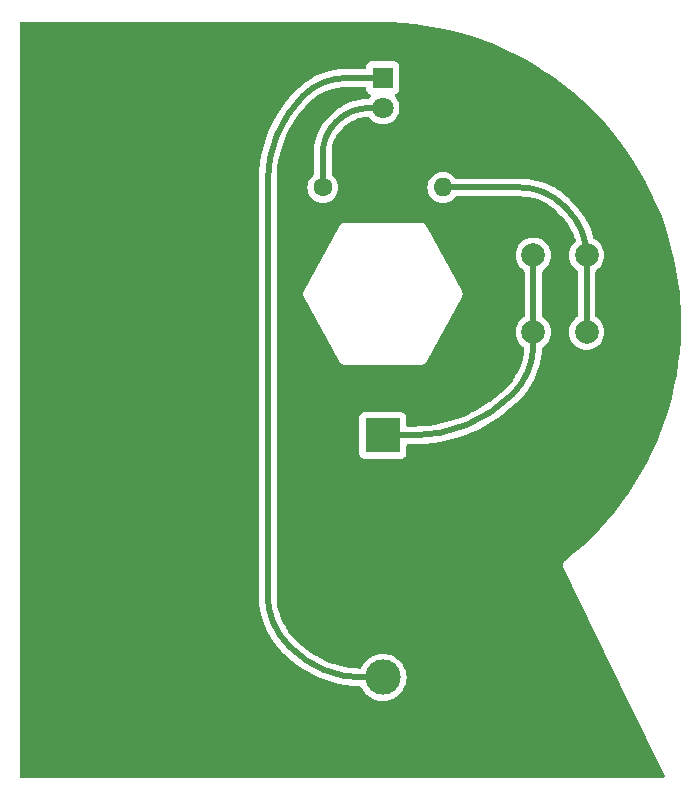
<source format=gbr>
%TF.GenerationSoftware,KiCad,Pcbnew,8.0.1-8.0.1-0~ubuntu20.04.1*%
%TF.CreationDate,2024-04-26T13:56:55+02:00*%
%TF.ProjectId,reaktor51_led,7265616b-746f-4723-9531-5f6c65642e6b,1*%
%TF.SameCoordinates,Original*%
%TF.FileFunction,Copper,L1,Top*%
%TF.FilePolarity,Positive*%
%FSLAX46Y46*%
G04 Gerber Fmt 4.6, Leading zero omitted, Abs format (unit mm)*
G04 Created by KiCad (PCBNEW 8.0.1-8.0.1-0~ubuntu20.04.1) date 2024-04-26 13:56:55*
%MOMM*%
%LPD*%
G01*
G04 APERTURE LIST*
%TA.AperFunction,ComponentPad*%
%ADD10C,2.000000*%
%TD*%
%TA.AperFunction,ComponentPad*%
%ADD11R,3.000000X3.000000*%
%TD*%
%TA.AperFunction,ComponentPad*%
%ADD12C,3.000000*%
%TD*%
%TA.AperFunction,ComponentPad*%
%ADD13C,1.600000*%
%TD*%
%TA.AperFunction,ComponentPad*%
%ADD14O,1.600000X1.600000*%
%TD*%
%TA.AperFunction,ComponentPad*%
%ADD15R,1.800000X1.800000*%
%TD*%
%TA.AperFunction,ComponentPad*%
%ADD16C,1.800000*%
%TD*%
%TA.AperFunction,Conductor*%
%ADD17C,0.500000*%
%TD*%
G04 APERTURE END LIST*
D10*
%TO.P,SW1,1,1*%
%TO.N,Net-(BT1-+)*%
X174000000Y-71750000D03*
X174000000Y-65250000D03*
%TO.P,SW1,2,2*%
%TO.N,Net-(R1-Pad2)*%
X178500000Y-71750000D03*
X178500000Y-65250000D03*
%TD*%
D11*
%TO.P,BT1,1,+*%
%TO.N,Net-(BT1-+)*%
X161250000Y-80500000D03*
D12*
%TO.P,BT1,2,-*%
%TO.N,GND*%
X161250000Y-100990000D03*
%TD*%
D13*
%TO.P,R1,1*%
%TO.N,Net-(D1-A)*%
X156170000Y-59500000D03*
D14*
%TO.P,R1,2*%
%TO.N,Net-(R1-Pad2)*%
X166330000Y-59500000D03*
%TD*%
D15*
%TO.P,D1,1,K*%
%TO.N,GND*%
X161250000Y-50225000D03*
D16*
%TO.P,D1,2,A*%
%TO.N,Net-(D1-A)*%
X161250000Y-52765000D03*
%TD*%
D17*
%TO.N,Net-(BT1-+)*%
X174000000Y-72775127D02*
X174000000Y-71750000D01*
X161250000Y-80500000D02*
X163800253Y-80500000D01*
X174000000Y-71750000D02*
X174000000Y-65250000D01*
X172249999Y-76999999D02*
G75*
G03*
X174000010Y-72775127I-4224899J4224899D01*
G01*
X163800253Y-80500000D02*
G75*
G03*
X172249985Y-76999985I-53J11949800D01*
G01*
%TO.N,GND*%
X158181675Y-50225000D02*
X161250000Y-50225000D01*
X151500000Y-94025127D02*
X151500000Y-58992640D01*
X153500000Y-98500000D02*
X153250000Y-98250000D01*
X161250000Y-100990000D02*
X159511391Y-100990000D01*
X154500000Y-51750000D02*
G75*
G02*
X158181675Y-50224990I3681700J-3681700D01*
G01*
X153250001Y-98249999D02*
G75*
G02*
X151499990Y-94025127I4224899J4224899D01*
G01*
X151500000Y-58992640D02*
G75*
G02*
X154499988Y-51749988I10242600J40D01*
G01*
X159511391Y-100990000D02*
G75*
G02*
X153500002Y-98499998I9J8501400D01*
G01*
%TO.N,Net-(R1-Pad2)*%
X166330000Y-59500000D02*
X172878680Y-59500000D01*
X178500000Y-71750000D02*
X178500000Y-65250000D01*
X176909010Y-61409009D02*
X176500000Y-61000000D01*
X178500000Y-65250000D02*
G75*
G03*
X176909014Y-61409005I-5432000J0D01*
G01*
X176500000Y-61000000D02*
G75*
G03*
X172878680Y-59500009I-3621300J-3621300D01*
G01*
%TO.N,Net-(D1-A)*%
X160128000Y-52765000D02*
X161250000Y-52765000D01*
X157250000Y-54000000D02*
X157323223Y-53926777D01*
X156170000Y-59500000D02*
X156170000Y-56607350D01*
X156170000Y-56607350D02*
G75*
G02*
X157250014Y-54000014I3687400J-50D01*
G01*
X157323223Y-53926777D02*
G75*
G02*
X160128000Y-52765014I2804777J-2804823D01*
G01*
%TD*%
%TA.AperFunction,NonConductor*%
G36*
X161001187Y-45500523D02*
G01*
X161985030Y-45519578D01*
X161989779Y-45519763D01*
X162970943Y-45576831D01*
X162975727Y-45577202D01*
X163953927Y-45672218D01*
X163958664Y-45672772D01*
X164932447Y-45805595D01*
X164937188Y-45806336D01*
X165905079Y-45976764D01*
X165909794Y-45977688D01*
X166870388Y-46185474D01*
X166875032Y-46186573D01*
X167826881Y-46431405D01*
X167831442Y-46432672D01*
X168773136Y-46714190D01*
X168777644Y-46715634D01*
X169707672Y-47033386D01*
X169712158Y-47035015D01*
X170629199Y-47388547D01*
X170633621Y-47390351D01*
X171536286Y-47779129D01*
X171540621Y-47781097D01*
X171853662Y-47930549D01*
X172427518Y-48204519D01*
X172431811Y-48206671D01*
X172776398Y-48387889D01*
X173301696Y-48664144D01*
X173305867Y-48666443D01*
X174027981Y-49082669D01*
X174157322Y-49157221D01*
X174161436Y-49159699D01*
X174993301Y-49683112D01*
X174997281Y-49685726D01*
X175345969Y-49924455D01*
X175808212Y-50240930D01*
X175812122Y-50243719D01*
X176600976Y-50829930D01*
X176604774Y-50832869D01*
X177370305Y-51449162D01*
X177373957Y-51452220D01*
X177743783Y-51774330D01*
X178115079Y-52097720D01*
X178118639Y-52100944D01*
X178834188Y-52774637D01*
X178837620Y-52777996D01*
X179526544Y-53478890D01*
X179529844Y-53482380D01*
X179685932Y-53653995D01*
X180116413Y-54127298D01*
X180191103Y-54209417D01*
X180194258Y-54213023D01*
X180221590Y-54245517D01*
X180826906Y-54965165D01*
X180829925Y-54968900D01*
X181432924Y-55744911D01*
X181435797Y-55748759D01*
X182008319Y-56547573D01*
X182011041Y-56551530D01*
X182552211Y-57371928D01*
X182554776Y-57375987D01*
X183063762Y-58216709D01*
X183066145Y-58220823D01*
X183542213Y-59080656D01*
X183544433Y-59084855D01*
X183902424Y-59795003D01*
X183986839Y-59962457D01*
X183988917Y-59966786D01*
X184397012Y-60860869D01*
X184398921Y-60865276D01*
X184772078Y-61774466D01*
X184773815Y-61778944D01*
X185111484Y-62701902D01*
X185113046Y-62706443D01*
X185414717Y-63641759D01*
X185416103Y-63646357D01*
X185681343Y-64592705D01*
X185682549Y-64597354D01*
X185910932Y-65553206D01*
X185911958Y-65557897D01*
X186103166Y-66521924D01*
X186104009Y-66526652D01*
X186257743Y-67497348D01*
X186258402Y-67502105D01*
X186374432Y-68478027D01*
X186374906Y-68482806D01*
X186453057Y-69462471D01*
X186453346Y-69467265D01*
X186493504Y-70449209D01*
X186493608Y-70454011D01*
X186495711Y-71436823D01*
X186495628Y-71441624D01*
X186459675Y-72423757D01*
X186459406Y-72428552D01*
X186385449Y-73408540D01*
X186384995Y-73413321D01*
X186273145Y-74389727D01*
X186272506Y-74394487D01*
X186122935Y-75365803D01*
X186122113Y-75370535D01*
X185935030Y-76335391D01*
X185934024Y-76340087D01*
X185709734Y-77296914D01*
X185708548Y-77301567D01*
X185447367Y-78249023D01*
X185446001Y-78253628D01*
X185148329Y-79190257D01*
X185146786Y-79194804D01*
X184813081Y-80119169D01*
X184811364Y-80123654D01*
X184442089Y-81034469D01*
X184440198Y-81038884D01*
X184035950Y-81934674D01*
X184033890Y-81939012D01*
X183595265Y-82818463D01*
X183593039Y-82822719D01*
X183120675Y-83684550D01*
X183118286Y-83688716D01*
X182612898Y-84531620D01*
X182610349Y-84535690D01*
X182072704Y-85358386D01*
X182069999Y-85362354D01*
X181500921Y-86163586D01*
X181498065Y-86167447D01*
X180898381Y-86946050D01*
X180895378Y-86949798D01*
X180265962Y-87704635D01*
X180262815Y-87708263D01*
X179604675Y-88438124D01*
X179601391Y-88441627D01*
X178915473Y-89145466D01*
X178912055Y-89148840D01*
X178199397Y-89825590D01*
X178195851Y-89828829D01*
X177457531Y-90477468D01*
X177453862Y-90480568D01*
X176737697Y-91062188D01*
X176725320Y-91070079D01*
X176725599Y-91070502D01*
X176718817Y-91074981D01*
X176681281Y-91107546D01*
X176676319Y-91111631D01*
X176637153Y-91142200D01*
X176637149Y-91142204D01*
X176637076Y-91142302D01*
X176619371Y-91161262D01*
X176619278Y-91161341D01*
X176619273Y-91161347D01*
X176591442Y-91202520D01*
X176587708Y-91207747D01*
X176557793Y-91247407D01*
X176557791Y-91247410D01*
X176557749Y-91247515D01*
X176545547Y-91270425D01*
X176545478Y-91270526D01*
X176529259Y-91317482D01*
X176527003Y-91323502D01*
X176508365Y-91369569D01*
X176508365Y-91369571D01*
X176508350Y-91369693D01*
X176502493Y-91394977D01*
X176502453Y-91395090D01*
X176502453Y-91395093D01*
X176498938Y-91444664D01*
X176498317Y-91451065D01*
X176492239Y-91500360D01*
X176492240Y-91500368D01*
X176492255Y-91500475D01*
X176493143Y-91526428D01*
X176493135Y-91526538D01*
X176493135Y-91526550D01*
X176502565Y-91575309D01*
X176503623Y-91581655D01*
X176510515Y-91630876D01*
X176510560Y-91630980D01*
X176518133Y-91655813D01*
X176518155Y-91655929D01*
X176518156Y-91655933D01*
X176539900Y-91700623D01*
X176542560Y-91706472D01*
X176561948Y-91752209D01*
X176562012Y-91752291D01*
X176575765Y-91774335D01*
X182025507Y-102975196D01*
X185113159Y-109321249D01*
X185124788Y-109390144D01*
X185097324Y-109454389D01*
X185039487Y-109493588D01*
X185001656Y-109499500D01*
X130624500Y-109499500D01*
X130557461Y-109479815D01*
X130511706Y-109427011D01*
X130500500Y-109375500D01*
X130500500Y-94265328D01*
X150749490Y-94265328D01*
X150783764Y-94744498D01*
X150852133Y-95220006D01*
X150954248Y-95689415D01*
X151071334Y-96088166D01*
X151089594Y-96150353D01*
X151183156Y-96401200D01*
X151257479Y-96600465D01*
X151457038Y-97037436D01*
X151687267Y-97459069D01*
X151687275Y-97459082D01*
X151946975Y-97863185D01*
X151946983Y-97863195D01*
X151946987Y-97863200D01*
X151946990Y-97863205D01*
X152234880Y-98247780D01*
X152549472Y-98610838D01*
X152549486Y-98610852D01*
X152663414Y-98724780D01*
X152663439Y-98724807D01*
X152667048Y-98728416D01*
X152913537Y-98974905D01*
X152913539Y-98974907D01*
X152969316Y-99030684D01*
X152969316Y-99030683D01*
X153027856Y-99089224D01*
X153027906Y-99089269D01*
X153167000Y-99228363D01*
X153585515Y-99599136D01*
X153585516Y-99599137D01*
X153879342Y-99829334D01*
X154025644Y-99943954D01*
X154485795Y-100261573D01*
X154964284Y-100550830D01*
X155459365Y-100810668D01*
X155969231Y-101040141D01*
X155969238Y-101040143D01*
X155969241Y-101040145D01*
X156056614Y-101073281D01*
X156492022Y-101238410D01*
X157025830Y-101404751D01*
X157568708Y-101538559D01*
X158118674Y-101639345D01*
X158604341Y-101698315D01*
X158673722Y-101706740D01*
X158739137Y-101710696D01*
X159231828Y-101740500D01*
X159308707Y-101740500D01*
X159375746Y-101760185D01*
X159421501Y-101812989D01*
X159424886Y-101821160D01*
X159425630Y-101823154D01*
X159425635Y-101823166D01*
X159562770Y-102074309D01*
X159562775Y-102074317D01*
X159734254Y-102303387D01*
X159734270Y-102303405D01*
X159936594Y-102505729D01*
X159936612Y-102505745D01*
X160165682Y-102677224D01*
X160165690Y-102677229D01*
X160416833Y-102814364D01*
X160416832Y-102814364D01*
X160416836Y-102814365D01*
X160416839Y-102814367D01*
X160684954Y-102914369D01*
X160684960Y-102914370D01*
X160684962Y-102914371D01*
X160964566Y-102975195D01*
X160964568Y-102975195D01*
X160964572Y-102975196D01*
X161218220Y-102993337D01*
X161249999Y-102995610D01*
X161250000Y-102995610D01*
X161250001Y-102995610D01*
X161278595Y-102993564D01*
X161535428Y-102975196D01*
X161815046Y-102914369D01*
X162083161Y-102814367D01*
X162334315Y-102677226D01*
X162563395Y-102505739D01*
X162765739Y-102303395D01*
X162937226Y-102074315D01*
X163074367Y-101823161D01*
X163174369Y-101555046D01*
X163235196Y-101275428D01*
X163255610Y-100990000D01*
X163235196Y-100704572D01*
X163201750Y-100550824D01*
X163174371Y-100424962D01*
X163174370Y-100424960D01*
X163174369Y-100424954D01*
X163074367Y-100156839D01*
X162974646Y-99974215D01*
X162937229Y-99905690D01*
X162937224Y-99905682D01*
X162765745Y-99676612D01*
X162765729Y-99676594D01*
X162563405Y-99474270D01*
X162563387Y-99474254D01*
X162334317Y-99302775D01*
X162334309Y-99302770D01*
X162083166Y-99165635D01*
X162083167Y-99165635D01*
X161975915Y-99125632D01*
X161815046Y-99065631D01*
X161815043Y-99065630D01*
X161815037Y-99065628D01*
X161535433Y-99004804D01*
X161250001Y-98984390D01*
X161249999Y-98984390D01*
X160964566Y-99004804D01*
X160684962Y-99065628D01*
X160416833Y-99165635D01*
X160165690Y-99302770D01*
X160165682Y-99302775D01*
X159936612Y-99474254D01*
X159936594Y-99474270D01*
X159734270Y-99676594D01*
X159734254Y-99676612D01*
X159562775Y-99905682D01*
X159562770Y-99905690D01*
X159425631Y-100156843D01*
X159424003Y-100160407D01*
X159378240Y-100213204D01*
X159311198Y-100232879D01*
X159307159Y-100232813D01*
X159008511Y-100223036D01*
X159000414Y-100222505D01*
X158503740Y-100173587D01*
X158495695Y-100172528D01*
X158003272Y-100091228D01*
X157995318Y-100089646D01*
X157752291Y-100032980D01*
X157509269Y-99976315D01*
X157501432Y-99974215D01*
X157023826Y-99829334D01*
X157016142Y-99826725D01*
X156549059Y-99650927D01*
X156541562Y-99647822D01*
X156086954Y-99441842D01*
X156079677Y-99438253D01*
X155639528Y-99202988D01*
X155632501Y-99198931D01*
X155208678Y-98935381D01*
X155201931Y-98930873D01*
X154796250Y-98640167D01*
X154789812Y-98635227D01*
X154404009Y-98318606D01*
X154397909Y-98313256D01*
X154032108Y-97970646D01*
X154029192Y-97967824D01*
X153782408Y-97721040D01*
X153779033Y-97717530D01*
X153505537Y-97421664D01*
X153499214Y-97414261D01*
X153251282Y-97099761D01*
X153245559Y-97091884D01*
X153023065Y-96758899D01*
X153017984Y-96750606D01*
X152822304Y-96401196D01*
X152817885Y-96392525D01*
X152650219Y-96028831D01*
X152646493Y-96019836D01*
X152524593Y-95689415D01*
X152507872Y-95644091D01*
X152504874Y-95634863D01*
X152396162Y-95249402D01*
X152393898Y-95239971D01*
X152315759Y-94847150D01*
X152314243Y-94837576D01*
X152267167Y-94439844D01*
X152266406Y-94430176D01*
X152250596Y-94027821D01*
X152250500Y-94022952D01*
X152250500Y-82047870D01*
X159249500Y-82047870D01*
X159249501Y-82047876D01*
X159255908Y-82107483D01*
X159306202Y-82242328D01*
X159306206Y-82242335D01*
X159392452Y-82357544D01*
X159392455Y-82357547D01*
X159507664Y-82443793D01*
X159507671Y-82443797D01*
X159642517Y-82494091D01*
X159642516Y-82494091D01*
X159649444Y-82494835D01*
X159702127Y-82500500D01*
X162797872Y-82500499D01*
X162857483Y-82494091D01*
X162992331Y-82443796D01*
X163107546Y-82357546D01*
X163193796Y-82242331D01*
X163244091Y-82107483D01*
X163250500Y-82047873D01*
X163250500Y-81374500D01*
X163270185Y-81307461D01*
X163322989Y-81261706D01*
X163374500Y-81250500D01*
X163721376Y-81250500D01*
X163748873Y-81250500D01*
X163748944Y-81250520D01*
X163800256Y-81250520D01*
X163800256Y-81250521D01*
X164132824Y-81250520D01*
X164797048Y-81215707D01*
X165458539Y-81146179D01*
X166115486Y-81042126D01*
X166130738Y-81038884D01*
X166766073Y-80903838D01*
X166766077Y-80903836D01*
X166766086Y-80903835D01*
X167408557Y-80731683D01*
X168041138Y-80526143D01*
X168662095Y-80287778D01*
X168662122Y-80287765D01*
X168662127Y-80287764D01*
X168825071Y-80215216D01*
X169269726Y-80017242D01*
X169862365Y-79715276D01*
X170438389Y-79382707D01*
X170996218Y-79020448D01*
X171307472Y-78794308D01*
X171534315Y-78629498D01*
X171534317Y-78629496D01*
X171534315Y-78629496D01*
X171534324Y-78629491D01*
X172051231Y-78210907D01*
X172545523Y-77765844D01*
X172717831Y-77593533D01*
X172717843Y-77593524D01*
X172724905Y-77586462D01*
X172724907Y-77586461D01*
X172780684Y-77530684D01*
X172836461Y-77474907D01*
X172836462Y-77474904D01*
X172841272Y-77470095D01*
X172841406Y-77469944D01*
X172950521Y-77360831D01*
X173265112Y-76997774D01*
X173553002Y-76613199D01*
X173553010Y-76613186D01*
X173553016Y-76613179D01*
X173733805Y-76331865D01*
X173812723Y-76209066D01*
X174042951Y-75787435D01*
X174242515Y-75350454D01*
X174410397Y-74900350D01*
X174545741Y-74439416D01*
X174547531Y-74431191D01*
X174589424Y-74238609D01*
X174647857Y-73970001D01*
X174716226Y-73494497D01*
X174743067Y-73119216D01*
X174767484Y-73053754D01*
X174807733Y-73019011D01*
X174823509Y-73010474D01*
X175019744Y-72857738D01*
X175188164Y-72674785D01*
X175324173Y-72466607D01*
X175424063Y-72238881D01*
X175485108Y-71997821D01*
X175505643Y-71750000D01*
X175485108Y-71502179D01*
X175424063Y-71261119D01*
X175324173Y-71033393D01*
X175188166Y-70825217D01*
X175166557Y-70801744D01*
X175019744Y-70642262D01*
X174823509Y-70489526D01*
X174815477Y-70485179D01*
X174765891Y-70435961D01*
X174750500Y-70376128D01*
X174750500Y-66623872D01*
X174770185Y-66556833D01*
X174815487Y-66514815D01*
X174823509Y-66510474D01*
X175019744Y-66357738D01*
X175188164Y-66174785D01*
X175324173Y-65966607D01*
X175424063Y-65738881D01*
X175485108Y-65497821D01*
X175485109Y-65497812D01*
X175505643Y-65250005D01*
X175505643Y-65249994D01*
X175485109Y-65002187D01*
X175485107Y-65002175D01*
X175424063Y-64761118D01*
X175324173Y-64533393D01*
X175188166Y-64325217D01*
X175166557Y-64301744D01*
X175019744Y-64142262D01*
X174823509Y-63989526D01*
X174823507Y-63989525D01*
X174823506Y-63989524D01*
X174604811Y-63871172D01*
X174604802Y-63871169D01*
X174369616Y-63790429D01*
X174124335Y-63749500D01*
X173875665Y-63749500D01*
X173630383Y-63790429D01*
X173395197Y-63871169D01*
X173395188Y-63871172D01*
X173176493Y-63989524D01*
X172980257Y-64142261D01*
X172811833Y-64325217D01*
X172675826Y-64533393D01*
X172575936Y-64761118D01*
X172514892Y-65002175D01*
X172514890Y-65002187D01*
X172494357Y-65249994D01*
X172494357Y-65250005D01*
X172514890Y-65497812D01*
X172514892Y-65497824D01*
X172575936Y-65738881D01*
X172675826Y-65966606D01*
X172811833Y-66174782D01*
X172811836Y-66174785D01*
X172980256Y-66357738D01*
X173176491Y-66510474D01*
X173184513Y-66514815D01*
X173234106Y-66564032D01*
X173249500Y-66623872D01*
X173249500Y-70376128D01*
X173229815Y-70443167D01*
X173184522Y-70485179D01*
X173176491Y-70489526D01*
X173045667Y-70591350D01*
X172980257Y-70642261D01*
X172811833Y-70825217D01*
X172675826Y-71033393D01*
X172575936Y-71261118D01*
X172514892Y-71502175D01*
X172514890Y-71502187D01*
X172494357Y-71749994D01*
X172494357Y-71750005D01*
X172514890Y-71997812D01*
X172514892Y-71997824D01*
X172575936Y-72238881D01*
X172675826Y-72466606D01*
X172811833Y-72674782D01*
X172811836Y-72674785D01*
X172980256Y-72857738D01*
X173144525Y-72985594D01*
X173176496Y-73010478D01*
X173179811Y-73012644D01*
X173225169Y-73065789D01*
X173235895Y-73121320D01*
X173233584Y-73180154D01*
X173232820Y-73189862D01*
X173185748Y-73587556D01*
X173184225Y-73597172D01*
X173106096Y-73989948D01*
X173103823Y-73999416D01*
X172995120Y-74384843D01*
X172992112Y-74394103D01*
X172853497Y-74769832D01*
X172849771Y-74778827D01*
X172682110Y-75142510D01*
X172677689Y-75151185D01*
X172482006Y-75500601D01*
X172476919Y-75508903D01*
X172254432Y-75841878D01*
X172248709Y-75849755D01*
X172000777Y-76164253D01*
X171994454Y-76171656D01*
X171722042Y-76466351D01*
X171716174Y-76472286D01*
X171265356Y-76898497D01*
X171260169Y-76903132D01*
X170785518Y-77303938D01*
X170780080Y-77308274D01*
X170283719Y-77681825D01*
X170278047Y-77685850D01*
X169761503Y-78030995D01*
X169755613Y-78034696D01*
X169220532Y-78350332D01*
X169214445Y-78353696D01*
X168662512Y-78638833D01*
X168656245Y-78641851D01*
X168089197Y-78895591D01*
X168082771Y-78898253D01*
X167502374Y-79119803D01*
X167495809Y-79122100D01*
X166903924Y-79310753D01*
X166897241Y-79312679D01*
X166295670Y-79467858D01*
X166288888Y-79469405D01*
X165679604Y-79590600D01*
X165672747Y-79591765D01*
X165057617Y-79678609D01*
X165050706Y-79679388D01*
X164431663Y-79731607D01*
X164424718Y-79731997D01*
X163802744Y-79749451D01*
X163799266Y-79749500D01*
X163374499Y-79749500D01*
X163307460Y-79729815D01*
X163261705Y-79677011D01*
X163250499Y-79625500D01*
X163250499Y-78952129D01*
X163250498Y-78952123D01*
X163250497Y-78952116D01*
X163244574Y-78897014D01*
X163244091Y-78892516D01*
X163193797Y-78757671D01*
X163193793Y-78757664D01*
X163107547Y-78642455D01*
X163107544Y-78642452D01*
X162992335Y-78556206D01*
X162992328Y-78556202D01*
X162857482Y-78505908D01*
X162857483Y-78505908D01*
X162797883Y-78499501D01*
X162797881Y-78499500D01*
X162797873Y-78499500D01*
X162797864Y-78499500D01*
X159702129Y-78499500D01*
X159702123Y-78499501D01*
X159642516Y-78505908D01*
X159507671Y-78556202D01*
X159507664Y-78556206D01*
X159392455Y-78642452D01*
X159392452Y-78642455D01*
X159306206Y-78757664D01*
X159306202Y-78757671D01*
X159255908Y-78892517D01*
X159249501Y-78952116D01*
X159249501Y-78952123D01*
X159249500Y-78952135D01*
X159249500Y-82047870D01*
X152250500Y-82047870D01*
X152250500Y-68553735D01*
X154498048Y-68553735D01*
X154498500Y-68557950D01*
X154500590Y-68573824D01*
X154501244Y-68578009D01*
X154515564Y-68626696D01*
X154517119Y-68632502D01*
X154529059Y-68681816D01*
X154530572Y-68685734D01*
X154536735Y-68700614D01*
X154538431Y-68704441D01*
X154564858Y-68747754D01*
X154567865Y-68752961D01*
X157525221Y-74174779D01*
X157530923Y-74186703D01*
X157533609Y-74193188D01*
X157562778Y-74243710D01*
X157564228Y-74246293D01*
X157579332Y-74273983D01*
X157592166Y-74297513D01*
X157595801Y-74302494D01*
X157599498Y-74307312D01*
X157640721Y-74348535D01*
X157642821Y-74350686D01*
X157679836Y-74389542D01*
X157683066Y-74392932D01*
X157687823Y-74396768D01*
X157692683Y-74400497D01*
X157692686Y-74400500D01*
X157743209Y-74429669D01*
X157745772Y-74431191D01*
X157795561Y-74461570D01*
X157795563Y-74461570D01*
X157801134Y-74464038D01*
X157806808Y-74466389D01*
X157806814Y-74466392D01*
X157863210Y-74481502D01*
X157865979Y-74482280D01*
X157921991Y-74498755D01*
X157921997Y-74498755D01*
X157928049Y-74499701D01*
X157934107Y-74500499D01*
X157934108Y-74500500D01*
X157992400Y-74500500D01*
X157995406Y-74500535D01*
X158053736Y-74501951D01*
X158053744Y-74501949D01*
X158060700Y-74501205D01*
X158073905Y-74500500D01*
X164426095Y-74500500D01*
X164439300Y-74501205D01*
X164446256Y-74501949D01*
X164446264Y-74501951D01*
X164504593Y-74500535D01*
X164507600Y-74500500D01*
X164565889Y-74500500D01*
X164565892Y-74500500D01*
X164565894Y-74500499D01*
X164571936Y-74499703D01*
X164577996Y-74498755D01*
X164578009Y-74498755D01*
X164634027Y-74482277D01*
X164636780Y-74481504D01*
X164693186Y-74466392D01*
X164693196Y-74466386D01*
X164698880Y-74464031D01*
X164704436Y-74461571D01*
X164704436Y-74461570D01*
X164704439Y-74461570D01*
X164754254Y-74431174D01*
X164756790Y-74429669D01*
X164807314Y-74400500D01*
X164807317Y-74400497D01*
X164812137Y-74396799D01*
X164816928Y-74392934D01*
X164816936Y-74392930D01*
X164857218Y-74350643D01*
X164859237Y-74348575D01*
X164900500Y-74307314D01*
X164900501Y-74307311D01*
X164904220Y-74302464D01*
X164907828Y-74297517D01*
X164907834Y-74297512D01*
X164935783Y-74246268D01*
X164937204Y-74243737D01*
X164966392Y-74193186D01*
X164966393Y-74193179D01*
X164969069Y-74186719D01*
X164974770Y-74174791D01*
X167932154Y-68752922D01*
X167935099Y-68747820D01*
X167961570Y-68704439D01*
X167961571Y-68704433D01*
X167963314Y-68700500D01*
X167969392Y-68685825D01*
X167970938Y-68681821D01*
X167970938Y-68681820D01*
X167970939Y-68681819D01*
X167982887Y-68632470D01*
X167984424Y-68626733D01*
X167998755Y-68578009D01*
X167998755Y-68578005D01*
X167999417Y-68573771D01*
X168001496Y-68557989D01*
X168001951Y-68553736D01*
X168000720Y-68503010D01*
X168000720Y-68496990D01*
X168001951Y-68446266D01*
X168001498Y-68442036D01*
X167999416Y-68426221D01*
X167998755Y-68421997D01*
X167998755Y-68421991D01*
X167984436Y-68373305D01*
X167982880Y-68367499D01*
X167970939Y-68318183D01*
X167970939Y-68318181D01*
X167970936Y-68318177D01*
X167969405Y-68314209D01*
X167963288Y-68299441D01*
X167961570Y-68295560D01*
X167935135Y-68252236D01*
X167932130Y-68247032D01*
X164974775Y-62825214D01*
X164969072Y-62813285D01*
X164966392Y-62806813D01*
X164937228Y-62756302D01*
X164935776Y-62753717D01*
X164907834Y-62702488D01*
X164907832Y-62702485D01*
X164907831Y-62702484D01*
X164904240Y-62697562D01*
X164900501Y-62692688D01*
X164900500Y-62692686D01*
X164900498Y-62692684D01*
X164900495Y-62692680D01*
X164859278Y-62651464D01*
X164857176Y-62649311D01*
X164816934Y-62607068D01*
X164812221Y-62603266D01*
X164807310Y-62599497D01*
X164756813Y-62570343D01*
X164754227Y-62568808D01*
X164704439Y-62538430D01*
X164698829Y-62535944D01*
X164693188Y-62533608D01*
X164636836Y-62518509D01*
X164633942Y-62517695D01*
X164578012Y-62501245D01*
X164571974Y-62500300D01*
X164565895Y-62499500D01*
X164565892Y-62499500D01*
X164507600Y-62499500D01*
X164504593Y-62499464D01*
X164446264Y-62498049D01*
X164439300Y-62498795D01*
X164426095Y-62499500D01*
X158073905Y-62499500D01*
X158060700Y-62498795D01*
X158053736Y-62498049D01*
X158053735Y-62498049D01*
X157995407Y-62499464D01*
X157992400Y-62499500D01*
X157934104Y-62499500D01*
X157928046Y-62500296D01*
X157921994Y-62501244D01*
X157866067Y-62517693D01*
X157863175Y-62518505D01*
X157806814Y-62533607D01*
X157801169Y-62535945D01*
X157795555Y-62538432D01*
X157745745Y-62568823D01*
X157743162Y-62570356D01*
X157692690Y-62599496D01*
X157687810Y-62603240D01*
X157683064Y-62607069D01*
X157642821Y-62649312D01*
X157640724Y-62651460D01*
X157599498Y-62692687D01*
X157595760Y-62697557D01*
X157592168Y-62702482D01*
X157564240Y-62753683D01*
X157562769Y-62756304D01*
X157533608Y-62806811D01*
X157530923Y-62813295D01*
X157525222Y-62825217D01*
X154567868Y-68247032D01*
X154564863Y-68252237D01*
X154538429Y-68295561D01*
X154536745Y-68299363D01*
X154530572Y-68314266D01*
X154529060Y-68318183D01*
X154517117Y-68367504D01*
X154515562Y-68373305D01*
X154501246Y-68421984D01*
X154500588Y-68426187D01*
X154498492Y-68442112D01*
X154498048Y-68446257D01*
X154499279Y-68496994D01*
X154499279Y-68503006D01*
X154498048Y-68553735D01*
X152250500Y-68553735D01*
X152250500Y-58994495D01*
X152250557Y-58990750D01*
X152254892Y-58847265D01*
X152267703Y-58423235D01*
X152268152Y-58415813D01*
X152319365Y-57852208D01*
X152320268Y-57844778D01*
X152329671Y-57782994D01*
X152405415Y-57285309D01*
X152406755Y-57277995D01*
X152525532Y-56724672D01*
X152527320Y-56717418D01*
X152536017Y-56686221D01*
X152679289Y-56172270D01*
X152681502Y-56165171D01*
X152866111Y-55630190D01*
X152868750Y-55623233D01*
X153085322Y-55100376D01*
X153088373Y-55093597D01*
X153336125Y-54584763D01*
X153339582Y-54578175D01*
X153617598Y-54085239D01*
X153621463Y-54078847D01*
X153635258Y-54057511D01*
X153928726Y-53603609D01*
X153932963Y-53597471D01*
X154268372Y-53141636D01*
X154272961Y-53135780D01*
X154635260Y-52701054D01*
X154640204Y-52695472D01*
X155027380Y-52284167D01*
X155033892Y-52277744D01*
X155313319Y-52021696D01*
X155321571Y-52014771D01*
X155621438Y-51784673D01*
X155630273Y-51778487D01*
X155949039Y-51575411D01*
X155958385Y-51570016D01*
X156293617Y-51395504D01*
X156303408Y-51390937D01*
X156652585Y-51246302D01*
X156662721Y-51242613D01*
X157023185Y-51128958D01*
X157033600Y-51126167D01*
X157402607Y-51044359D01*
X157413226Y-51042487D01*
X157787947Y-50993153D01*
X157798685Y-50992213D01*
X158178748Y-50975618D01*
X158184157Y-50975500D01*
X158260559Y-50975500D01*
X159725501Y-50975500D01*
X159792540Y-50995185D01*
X159838295Y-51047989D01*
X159849501Y-51099500D01*
X159849501Y-51172876D01*
X159855908Y-51232483D01*
X159906202Y-51367328D01*
X159906206Y-51367335D01*
X159992452Y-51482544D01*
X159992455Y-51482547D01*
X160107664Y-51568793D01*
X160107673Y-51568798D01*
X160187904Y-51598722D01*
X160243838Y-51640593D01*
X160268256Y-51706057D01*
X160253405Y-51774330D01*
X160235802Y-51798886D01*
X160141019Y-51901849D01*
X160104116Y-51958334D01*
X160050970Y-52003691D01*
X160000307Y-52014513D01*
X159942661Y-52014513D01*
X159573143Y-52043595D01*
X159573142Y-52043595D01*
X159207044Y-52101579D01*
X158846634Y-52188104D01*
X158846605Y-52188112D01*
X158494098Y-52302647D01*
X158151642Y-52444495D01*
X158151621Y-52444505D01*
X157821394Y-52612762D01*
X157821372Y-52612774D01*
X157610951Y-52741719D01*
X157505329Y-52806444D01*
X157505325Y-52806446D01*
X157505315Y-52806453D01*
X157205460Y-53024308D01*
X156923600Y-53265035D01*
X156847251Y-53341382D01*
X156847177Y-53341453D01*
X156662992Y-53525639D01*
X156662696Y-53525965D01*
X156582319Y-53606342D01*
X156333233Y-53903189D01*
X156222633Y-54061142D01*
X156110956Y-54220632D01*
X156110953Y-54220636D01*
X156110951Y-54220640D01*
X155917196Y-54556229D01*
X155753420Y-54907443D01*
X155620880Y-55271584D01*
X155520577Y-55645907D01*
X155453282Y-56027533D01*
X155419501Y-56413578D01*
X155419500Y-56533429D01*
X155419500Y-56607341D01*
X155419499Y-56693815D01*
X155419500Y-56693832D01*
X155419500Y-58373336D01*
X155399815Y-58440375D01*
X155366625Y-58474910D01*
X155330863Y-58499951D01*
X155169951Y-58660862D01*
X155039432Y-58847265D01*
X155039431Y-58847267D01*
X154943261Y-59053502D01*
X154943258Y-59053511D01*
X154884366Y-59273302D01*
X154884364Y-59273313D01*
X154864532Y-59499998D01*
X154864532Y-59500001D01*
X154884364Y-59726686D01*
X154884366Y-59726697D01*
X154943258Y-59946488D01*
X154943261Y-59946497D01*
X155039431Y-60152732D01*
X155039432Y-60152734D01*
X155169954Y-60339141D01*
X155330858Y-60500045D01*
X155366631Y-60525093D01*
X155517266Y-60630568D01*
X155723504Y-60726739D01*
X155943308Y-60785635D01*
X156105230Y-60799801D01*
X156169998Y-60805468D01*
X156170000Y-60805468D01*
X156170002Y-60805468D01*
X156226673Y-60800509D01*
X156396692Y-60785635D01*
X156616496Y-60726739D01*
X156822734Y-60630568D01*
X157009139Y-60500047D01*
X157170047Y-60339139D01*
X157300568Y-60152734D01*
X157396739Y-59946496D01*
X157455635Y-59726692D01*
X157475468Y-59500001D01*
X165024532Y-59500001D01*
X165044364Y-59726686D01*
X165044366Y-59726697D01*
X165103258Y-59946488D01*
X165103261Y-59946497D01*
X165199431Y-60152732D01*
X165199432Y-60152734D01*
X165329954Y-60339141D01*
X165490858Y-60500045D01*
X165526631Y-60525093D01*
X165677266Y-60630568D01*
X165883504Y-60726739D01*
X166103308Y-60785635D01*
X166265230Y-60799801D01*
X166329998Y-60805468D01*
X166330000Y-60805468D01*
X166330002Y-60805468D01*
X166386673Y-60800509D01*
X166556692Y-60785635D01*
X166776496Y-60726739D01*
X166982734Y-60630568D01*
X167169139Y-60500047D01*
X167330047Y-60339139D01*
X167345619Y-60316900D01*
X167355088Y-60303377D01*
X167409665Y-60259752D01*
X167456663Y-60250500D01*
X172799802Y-60250500D01*
X172875978Y-60250500D01*
X172881385Y-60250617D01*
X173254237Y-60266895D01*
X173264975Y-60267835D01*
X173632313Y-60316195D01*
X173642932Y-60318067D01*
X174004663Y-60398259D01*
X174015089Y-60401053D01*
X174368438Y-60512462D01*
X174378584Y-60516155D01*
X174720864Y-60657932D01*
X174730668Y-60662504D01*
X175059296Y-60833576D01*
X175068664Y-60838984D01*
X175381122Y-61038041D01*
X175389983Y-61044246D01*
X175683902Y-61269778D01*
X175692189Y-61276732D01*
X175967180Y-61528715D01*
X175971089Y-61532457D01*
X176029412Y-61590781D01*
X176029434Y-61590801D01*
X176322548Y-61883914D01*
X176376400Y-61937766D01*
X176380142Y-61941674D01*
X176650585Y-62236813D01*
X176657538Y-62245100D01*
X176899562Y-62560513D01*
X176905767Y-62569374D01*
X177119391Y-62904698D01*
X177124799Y-62914066D01*
X177308376Y-63266715D01*
X177312948Y-63276519D01*
X177465096Y-63643837D01*
X177468796Y-63654003D01*
X177568748Y-63971011D01*
X177570134Y-64040866D01*
X177533532Y-64100382D01*
X177526651Y-64106150D01*
X177480259Y-64142259D01*
X177311833Y-64325217D01*
X177175826Y-64533393D01*
X177075936Y-64761118D01*
X177014892Y-65002175D01*
X177014890Y-65002187D01*
X176994357Y-65249994D01*
X176994357Y-65250005D01*
X177014890Y-65497812D01*
X177014892Y-65497824D01*
X177075936Y-65738881D01*
X177175826Y-65966606D01*
X177311833Y-66174782D01*
X177311836Y-66174785D01*
X177480256Y-66357738D01*
X177676491Y-66510474D01*
X177684513Y-66514815D01*
X177734106Y-66564032D01*
X177749500Y-66623872D01*
X177749500Y-70376128D01*
X177729815Y-70443167D01*
X177684522Y-70485179D01*
X177676491Y-70489526D01*
X177545667Y-70591350D01*
X177480257Y-70642261D01*
X177311833Y-70825217D01*
X177175826Y-71033393D01*
X177075936Y-71261118D01*
X177014892Y-71502175D01*
X177014890Y-71502187D01*
X176994357Y-71749994D01*
X176994357Y-71750005D01*
X177014890Y-71997812D01*
X177014892Y-71997824D01*
X177075936Y-72238881D01*
X177175826Y-72466606D01*
X177311833Y-72674782D01*
X177311836Y-72674785D01*
X177480256Y-72857738D01*
X177676491Y-73010474D01*
X177895190Y-73128828D01*
X178130386Y-73209571D01*
X178375665Y-73250500D01*
X178624335Y-73250500D01*
X178869614Y-73209571D01*
X179104810Y-73128828D01*
X179323509Y-73010474D01*
X179519744Y-72857738D01*
X179688164Y-72674785D01*
X179824173Y-72466607D01*
X179924063Y-72238881D01*
X179985108Y-71997821D01*
X180005643Y-71750000D01*
X179985108Y-71502179D01*
X179924063Y-71261119D01*
X179824173Y-71033393D01*
X179688166Y-70825217D01*
X179666557Y-70801744D01*
X179519744Y-70642262D01*
X179323509Y-70489526D01*
X179315477Y-70485179D01*
X179265891Y-70435961D01*
X179250500Y-70376128D01*
X179250500Y-66623872D01*
X179270185Y-66556833D01*
X179315487Y-66514815D01*
X179323509Y-66510474D01*
X179519744Y-66357738D01*
X179688164Y-66174785D01*
X179824173Y-65966607D01*
X179924063Y-65738881D01*
X179985108Y-65497821D01*
X179985109Y-65497812D01*
X180005643Y-65250005D01*
X180005643Y-65249994D01*
X179985109Y-65002187D01*
X179985107Y-65002175D01*
X179924063Y-64761118D01*
X179824173Y-64533393D01*
X179688166Y-64325217D01*
X179666557Y-64301744D01*
X179519744Y-64142262D01*
X179323509Y-63989526D01*
X179323508Y-63989525D01*
X179323505Y-63989523D01*
X179323503Y-63989522D01*
X179143905Y-63892329D01*
X179094314Y-63843109D01*
X179081756Y-63809631D01*
X179062274Y-63720071D01*
X179062270Y-63720056D01*
X178937859Y-63296347D01*
X178937856Y-63296339D01*
X178937854Y-63296332D01*
X178783525Y-62882560D01*
X178783524Y-62882559D01*
X178783522Y-62882552D01*
X178783520Y-62882549D01*
X178600078Y-62480863D01*
X178600074Y-62480856D01*
X178471342Y-62245100D01*
X178388429Y-62093256D01*
X178149675Y-61721745D01*
X178051637Y-61590781D01*
X177885026Y-61368214D01*
X177832356Y-61307430D01*
X177595829Y-61034462D01*
X177439695Y-60878327D01*
X177439695Y-60878326D01*
X177439694Y-60878326D01*
X177380814Y-60819445D01*
X177380799Y-60819431D01*
X177093531Y-60532164D01*
X177093529Y-60532161D01*
X177067009Y-60505641D01*
X177066993Y-60505612D01*
X176882422Y-60321042D01*
X176882409Y-60321030D01*
X176882400Y-60321021D01*
X176565419Y-60046355D01*
X176565417Y-60046353D01*
X176229655Y-59795005D01*
X176229650Y-59795002D01*
X176082344Y-59700335D01*
X175876808Y-59568245D01*
X175751826Y-59500000D01*
X175508681Y-59367233D01*
X175508674Y-59367229D01*
X175127173Y-59193005D01*
X175127170Y-59193003D01*
X174734163Y-59046420D01*
X174331755Y-58928264D01*
X174331737Y-58928259D01*
X173921910Y-58839108D01*
X173566055Y-58787946D01*
X173506747Y-58779419D01*
X173297568Y-58764459D01*
X173088391Y-58749499D01*
X173088390Y-58749499D01*
X172878677Y-58749500D01*
X167456663Y-58749500D01*
X167389624Y-58729815D01*
X167355088Y-58696623D01*
X167330045Y-58660858D01*
X167169141Y-58499954D01*
X166982734Y-58369432D01*
X166982732Y-58369431D01*
X166776497Y-58273261D01*
X166776488Y-58273258D01*
X166556697Y-58214366D01*
X166556693Y-58214365D01*
X166556692Y-58214365D01*
X166556691Y-58214364D01*
X166556686Y-58214364D01*
X166330002Y-58194532D01*
X166329998Y-58194532D01*
X166103313Y-58214364D01*
X166103302Y-58214366D01*
X165883511Y-58273258D01*
X165883502Y-58273261D01*
X165677267Y-58369431D01*
X165677265Y-58369432D01*
X165490858Y-58499954D01*
X165329954Y-58660858D01*
X165199432Y-58847265D01*
X165199431Y-58847267D01*
X165103261Y-59053502D01*
X165103258Y-59053511D01*
X165044366Y-59273302D01*
X165044364Y-59273313D01*
X165024532Y-59499998D01*
X165024532Y-59500001D01*
X157475468Y-59500001D01*
X157475468Y-59500000D01*
X157455635Y-59273308D01*
X157396739Y-59053504D01*
X157300568Y-58847266D01*
X157186404Y-58684221D01*
X157170048Y-58660862D01*
X157170044Y-58660858D01*
X157009139Y-58499953D01*
X157004373Y-58496615D01*
X156973375Y-58474910D01*
X156929751Y-58420332D01*
X156920500Y-58373336D01*
X156920500Y-56610413D01*
X156920649Y-56604327D01*
X156934346Y-56325582D01*
X156935539Y-56313472D01*
X156945588Y-56245733D01*
X156976045Y-56040427D01*
X156978418Y-56028500D01*
X157045493Y-55760728D01*
X157049017Y-55749114D01*
X157142021Y-55489193D01*
X157146663Y-55477987D01*
X157264693Y-55228436D01*
X157270412Y-55217735D01*
X157412340Y-54980945D01*
X157419081Y-54970857D01*
X157583531Y-54749124D01*
X157591223Y-54739751D01*
X157778944Y-54532632D01*
X157783106Y-54528261D01*
X157836461Y-54474907D01*
X157851765Y-54459601D01*
X157856133Y-54455441D01*
X158083265Y-54249585D01*
X158092632Y-54241899D01*
X158336368Y-54061134D01*
X158346465Y-54054387D01*
X158606746Y-53898383D01*
X158617463Y-53892655D01*
X158891766Y-53762921D01*
X158902992Y-53758271D01*
X159188713Y-53656039D01*
X159200325Y-53652518D01*
X159494676Y-53578787D01*
X159506598Y-53576416D01*
X159806749Y-53531893D01*
X159818847Y-53530701D01*
X159998307Y-53521885D01*
X160066230Y-53538257D01*
X160108197Y-53577913D01*
X160141021Y-53628153D01*
X160298216Y-53798913D01*
X160298219Y-53798915D01*
X160298222Y-53798918D01*
X160481365Y-53941464D01*
X160481371Y-53941468D01*
X160481374Y-53941470D01*
X160685497Y-54051936D01*
X160763886Y-54078847D01*
X160905015Y-54127297D01*
X160905017Y-54127297D01*
X160905019Y-54127298D01*
X161133951Y-54165500D01*
X161133952Y-54165500D01*
X161366048Y-54165500D01*
X161366049Y-54165500D01*
X161594981Y-54127298D01*
X161814503Y-54051936D01*
X162018626Y-53941470D01*
X162201784Y-53798913D01*
X162358979Y-53628153D01*
X162485924Y-53433849D01*
X162579157Y-53221300D01*
X162636134Y-52996305D01*
X162642772Y-52916195D01*
X162655300Y-52765006D01*
X162655300Y-52764993D01*
X162636135Y-52533702D01*
X162636133Y-52533691D01*
X162579157Y-52308699D01*
X162485924Y-52096151D01*
X162358983Y-51901852D01*
X162358980Y-51901849D01*
X162358979Y-51901847D01*
X162264195Y-51798884D01*
X162233275Y-51736232D01*
X162241135Y-51666806D01*
X162285283Y-51612651D01*
X162312095Y-51598722D01*
X162392326Y-51568798D01*
X162392326Y-51568797D01*
X162392331Y-51568796D01*
X162507546Y-51482546D01*
X162593796Y-51367331D01*
X162644091Y-51232483D01*
X162650500Y-51172873D01*
X162650499Y-49277128D01*
X162644091Y-49217517D01*
X162622526Y-49159699D01*
X162593797Y-49082671D01*
X162593793Y-49082664D01*
X162507547Y-48967455D01*
X162507544Y-48967452D01*
X162392335Y-48881206D01*
X162392328Y-48881202D01*
X162257482Y-48830908D01*
X162257483Y-48830908D01*
X162197883Y-48824501D01*
X162197881Y-48824500D01*
X162197873Y-48824500D01*
X162197864Y-48824500D01*
X160302129Y-48824500D01*
X160302123Y-48824501D01*
X160242516Y-48830908D01*
X160107671Y-48881202D01*
X160107664Y-48881206D01*
X159992455Y-48967452D01*
X159992452Y-48967455D01*
X159906206Y-49082664D01*
X159906202Y-49082671D01*
X159855908Y-49217517D01*
X159849501Y-49277116D01*
X159849501Y-49277123D01*
X159849500Y-49277135D01*
X159849500Y-49350500D01*
X159829815Y-49417539D01*
X159777011Y-49463294D01*
X159725500Y-49474500D01*
X158233043Y-49474500D01*
X158233008Y-49474490D01*
X157968909Y-49474490D01*
X157544474Y-49504848D01*
X157123276Y-49565409D01*
X156707487Y-49655860D01*
X156299203Y-49775745D01*
X155900500Y-49924455D01*
X155513443Y-50101219D01*
X155139970Y-50305151D01*
X155139957Y-50305159D01*
X154782016Y-50535193D01*
X154781992Y-50535210D01*
X154441356Y-50790206D01*
X154119764Y-51068869D01*
X154119738Y-51068893D01*
X154005647Y-51182985D01*
X154005594Y-51183013D01*
X153751197Y-51437412D01*
X153340154Y-51897370D01*
X152955542Y-52379659D01*
X152598563Y-52882774D01*
X152270373Y-53405087D01*
X151971971Y-53945005D01*
X151971970Y-53945008D01*
X151704322Y-54500786D01*
X151468268Y-55070675D01*
X151468261Y-55070693D01*
X151264518Y-55652960D01*
X151093745Y-56245733D01*
X151093742Y-56245743D01*
X150956478Y-56847144D01*
X150853148Y-57455314D01*
X150853148Y-57455318D01*
X150784086Y-58068285D01*
X150784085Y-58068295D01*
X150784085Y-58068299D01*
X150767175Y-58369431D01*
X150749499Y-58684205D01*
X150749499Y-58684221D01*
X150749500Y-58918722D01*
X150749500Y-93973757D01*
X150749490Y-93973791D01*
X150749490Y-94265328D01*
X130500500Y-94265328D01*
X130500500Y-45624500D01*
X130520185Y-45557461D01*
X130572989Y-45511706D01*
X130624500Y-45500500D01*
X160934108Y-45500500D01*
X160998786Y-45500500D01*
X161001187Y-45500523D01*
G37*
%TD.AperFunction*%
M02*

</source>
